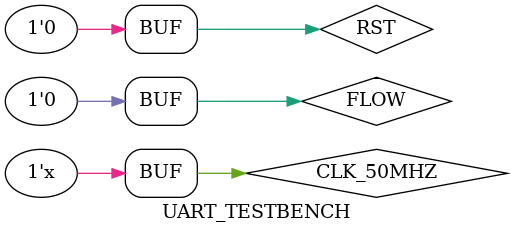
<source format=v>
`timescale 1ns / 1ps
module UART_TESTBENCH(
    );

reg RST;
reg CLK_50MHZ;
wire TX;
wire TX_;
reg RX;
wire DONE;
reg TRG_READ;
reg TRG_WRITE;
reg [7:0] DATA_IN;
wire [7:0] DATA_OUT;
reg FLOW;
reg [7:0] rx_cnt;
reg [3:0] max_write_cnt;

UART u( 
		.RST(RST),
		.TX(TX),
		.RX(RX),
		.CLK_50MHZ(CLK_50MHZ),
		.FLOW(FLOW),
		.DATA_IN(DATA_IN),
		.DATA_OUT(DATA_OUT),
		.TRG_READ(TRG_READ),
		.TRG_WRITE(TRG_WRITE),
		.DONE(DONE)
		);

/*** INITIAL ***/			
initial
	begin
	CLK_50MHZ = 0;
	RST = 0;
	FLOW = 0;
	TRG_READ = 0;
	TRG_WRITE = 0;
	rx_cnt = 0;
	max_write_cnt = 6;
	
	/** RST CLOCKS **/
	RST = 1;
	#10;
	RST = 0;
	end
	
/*** INPUT DATA SIMULATION ***/
always @( posedge CLK_50MHZ )
	begin
	if( rx_cnt ) rx_cnt <= rx_cnt - 1;
	else rx_cnt = 100;
	if( rx_cnt == 1 )	RX = $random % 2;
	end
	
/*** OUTPUT DATA SIMULATION ***/
always @( posedge DONE )
	begin
	DATA_IN = DATA_OUT;
	TRG_READ = 1;
	if( max_write_cnt > 0 )
		begin
		TRG_WRITE = 1;
		max_write_cnt <= max_write_cnt - 1;
		end
	
	#500;
	TRG_READ = 0;
	TRG_WRITE = 0;
	end

/*** SIMULATION CLK 50 MHZ ***/
always
	begin
	#1;
	CLK_50MHZ = ~CLK_50MHZ;
	end
	
assign TX_ = ~TX;
	
endmodule

</source>
